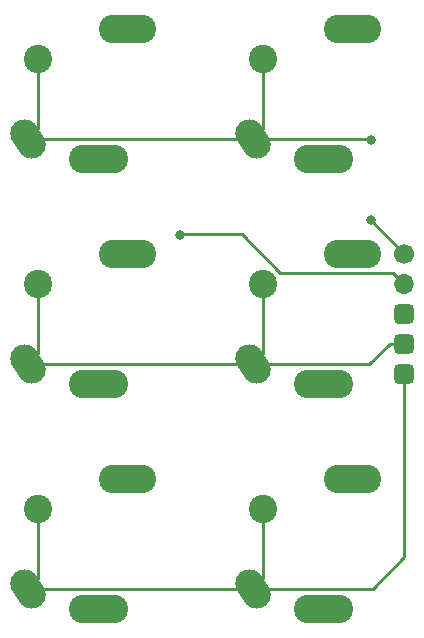
<source format=gtl>
G04 #@! TF.GenerationSoftware,KiCad,Pcbnew,7.0.5*
G04 #@! TF.CreationDate,2023-08-03T23:05:53+08:00*
G04 #@! TF.ProjectId,LB,4c422e6b-6963-4616-945f-706362585858,rev?*
G04 #@! TF.SameCoordinates,Original*
G04 #@! TF.FileFunction,Copper,L1,Top*
G04 #@! TF.FilePolarity,Positive*
%FSLAX46Y46*%
G04 Gerber Fmt 4.6, Leading zero omitted, Abs format (unit mm)*
G04 Created by KiCad (PCBNEW 7.0.5) date 2023-08-03 23:05:53*
%MOMM*%
%LPD*%
G01*
G04 APERTURE LIST*
G04 Aperture macros list*
%AMRoundRect*
0 Rectangle with rounded corners*
0 $1 Rounding radius*
0 $2 $3 $4 $5 $6 $7 $8 $9 X,Y pos of 4 corners*
0 Add a 4 corners polygon primitive as box body*
4,1,4,$2,$3,$4,$5,$6,$7,$8,$9,$2,$3,0*
0 Add four circle primitives for the rounded corners*
1,1,$1+$1,$2,$3*
1,1,$1+$1,$4,$5*
1,1,$1+$1,$6,$7*
1,1,$1+$1,$8,$9*
0 Add four rect primitives between the rounded corners*
20,1,$1+$1,$2,$3,$4,$5,0*
20,1,$1+$1,$4,$5,$6,$7,0*
20,1,$1+$1,$6,$7,$8,$9,0*
20,1,$1+$1,$8,$9,$2,$3,0*%
%AMHorizOval*
0 Thick line with rounded ends*
0 $1 width*
0 $2 $3 position (X,Y) of the first rounded end (center of the circle)*
0 $4 $5 position (X,Y) of the second rounded end (center of the circle)*
0 Add line between two ends*
20,1,$1,$2,$3,$4,$5,0*
0 Add two circle primitives to create the rounded ends*
1,1,$1,$2,$3*
1,1,$1,$4,$5*%
%AMOutline4P*
0 Free polygon, 4 corners , with rotation*
0 The origin of the aperture is its center*
0 number of corners: always 4*
0 $1 to $8 corner X, Y*
0 $9 Rotation angle, in degrees counterclockwise*
0 create outline with 4 corners*
4,1,4,$1,$2,$3,$4,$5,$6,$7,$8,$1,$2,$9*%
G04 Aperture macros list end*
G04 #@! TA.AperFunction,ComponentPad*
%ADD10HorizOval,2.400000X-0.305164X0.457575X0.305164X-0.457575X0*%
G04 #@! TD*
G04 #@! TA.AperFunction,ComponentPad*
%ADD11C,2.400000*%
G04 #@! TD*
G04 #@! TA.AperFunction,SMDPad,CuDef*
%ADD12Outline4P,-1.300000X-1.200000X1.300000X-1.200000X1.300000X1.200000X-1.300000X1.200000X0.000000*%
G04 #@! TD*
G04 #@! TA.AperFunction,SMDPad,CuDef*
%ADD13Outline4P,-1.200000X-1.200000X1.200000X-1.200000X1.200000X1.200000X-1.200000X1.200000X0.000000*%
G04 #@! TD*
G04 #@! TA.AperFunction,ComponentPad*
%ADD14C,1.700000*%
G04 #@! TD*
G04 #@! TA.AperFunction,ComponentPad*
%ADD15O,1.700000X1.700000*%
G04 #@! TD*
G04 #@! TA.AperFunction,ComponentPad*
%ADD16RoundRect,0.425000X-0.425000X-0.425000X0.425000X-0.425000X0.425000X0.425000X-0.425000X0.425000X0*%
G04 #@! TD*
G04 #@! TA.AperFunction,ViaPad*
%ADD17C,0.800000*%
G04 #@! TD*
G04 #@! TA.AperFunction,Conductor*
%ADD18C,0.250000*%
G04 #@! TD*
G04 APERTURE END LIST*
D10*
X137410000Y-58680000D03*
D11*
X138300000Y-51890000D03*
X142110000Y-60330000D03*
D12*
X143410000Y-60330000D03*
D11*
X144650000Y-49330000D03*
X144710000Y-60330000D03*
D13*
X145880000Y-49330000D03*
D11*
X147110000Y-49330000D03*
D10*
X118360000Y-58680000D03*
D11*
X119250000Y-51890000D03*
X123060000Y-60330000D03*
D12*
X124360000Y-60330000D03*
D11*
X125600000Y-49330000D03*
X125660000Y-60330000D03*
D13*
X126830000Y-49330000D03*
D11*
X128060000Y-49330000D03*
D10*
X118360000Y-96780000D03*
D11*
X119250000Y-89990000D03*
X123060000Y-98430000D03*
D12*
X124360000Y-98430000D03*
D11*
X125600000Y-87430000D03*
X125660000Y-98430000D03*
D13*
X126830000Y-87430000D03*
D11*
X128060000Y-87430000D03*
D10*
X137410000Y-77730000D03*
D11*
X138300000Y-70940000D03*
X142110000Y-79380000D03*
D12*
X143410000Y-79380000D03*
D11*
X144650000Y-68380000D03*
X144710000Y-79380000D03*
D13*
X145880000Y-68380000D03*
D11*
X147110000Y-68380000D03*
D10*
X137410000Y-96780000D03*
D11*
X138300000Y-89990000D03*
X142110000Y-98430000D03*
D12*
X143410000Y-98430000D03*
D11*
X144650000Y-87430000D03*
X144710000Y-98430000D03*
D13*
X145880000Y-87430000D03*
D11*
X147110000Y-87430000D03*
D10*
X118360000Y-77730000D03*
D11*
X119250000Y-70940000D03*
X123060000Y-79380000D03*
D12*
X124360000Y-79380000D03*
D11*
X125600000Y-68380000D03*
X125660000Y-79380000D03*
D13*
X126830000Y-68380000D03*
D11*
X128060000Y-68380000D03*
D14*
X150230000Y-68400000D03*
D15*
X150230000Y-70940000D03*
D16*
X150230000Y-73480000D03*
X150230000Y-76020000D03*
X150230000Y-78560000D03*
D17*
X131270000Y-66800000D03*
X147370000Y-65540000D03*
X147440000Y-58720000D03*
D18*
X149270000Y-69980000D02*
X150230000Y-70940000D01*
X136490000Y-66750000D02*
X139720000Y-69980000D01*
X131270000Y-66800000D02*
X131320000Y-66750000D01*
X139720000Y-69980000D02*
X149270000Y-69980000D01*
X131320000Y-66750000D02*
X136490000Y-66750000D01*
X147370000Y-65540000D02*
X150230000Y-68400000D01*
X138300000Y-57790000D02*
X137410000Y-58680000D01*
X147440000Y-58720000D02*
X147400000Y-58680000D01*
X147400000Y-58680000D02*
X137410000Y-58680000D01*
X119250000Y-57790000D02*
X118360000Y-58680000D01*
X138300000Y-51890000D02*
X138300000Y-57790000D01*
X119250000Y-51890000D02*
X119250000Y-57790000D01*
X137410000Y-58680000D02*
X118360000Y-58680000D01*
X147270000Y-77730000D02*
X137410000Y-77730000D01*
X138300000Y-76840000D02*
X137410000Y-77730000D01*
X119250000Y-76840000D02*
X118360000Y-77730000D01*
X150230000Y-76020000D02*
X148980000Y-76020000D01*
X148980000Y-76020000D02*
X147270000Y-77730000D01*
X138300000Y-70940000D02*
X138300000Y-76840000D01*
X119250000Y-70940000D02*
X119250000Y-76840000D01*
X137410000Y-77730000D02*
X118360000Y-77730000D01*
X147540000Y-96780000D02*
X150230000Y-94090000D01*
X138300000Y-89990000D02*
X138300000Y-95890000D01*
X118360000Y-96780000D02*
X137410000Y-96780000D01*
X119250000Y-89990000D02*
X119250000Y-95890000D01*
X137410000Y-96780000D02*
X147540000Y-96780000D01*
X150230000Y-94090000D02*
X150230000Y-78560000D01*
X138300000Y-95890000D02*
X137410000Y-96780000D01*
X119250000Y-95890000D02*
X118360000Y-96780000D01*
M02*

</source>
